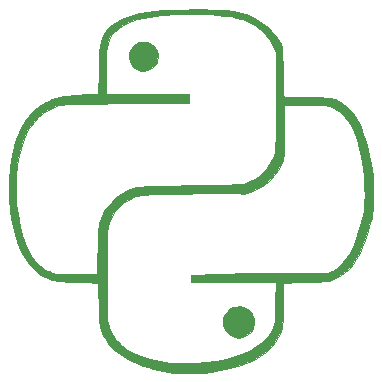
<source format=gbr>
G04 #@! TF.GenerationSoftware,KiCad,Pcbnew,5.1.5*
G04 #@! TF.CreationDate,2020-03-28T16:39:13-05:00*
G04 #@! TF.ProjectId,Python,50797468-6f6e-42e6-9b69-6361645f7063,rev?*
G04 #@! TF.SameCoordinates,Original*
G04 #@! TF.FileFunction,Legend,Top*
G04 #@! TF.FilePolarity,Positive*
%FSLAX46Y46*%
G04 Gerber Fmt 4.6, Leading zero omitted, Abs format (unit mm)*
G04 Created by KiCad (PCBNEW 5.1.5) date 2020-03-28 16:39:13*
%MOMM*%
%LPD*%
G04 APERTURE LIST*
%ADD10C,0.010000*%
G04 APERTURE END LIST*
D10*
G36*
X129014648Y-92330022D02*
G01*
X129535944Y-92336320D01*
X129991454Y-92347306D01*
X130390574Y-92363440D01*
X130742702Y-92385180D01*
X131057238Y-92412985D01*
X131343577Y-92447314D01*
X131572000Y-92481998D01*
X132207835Y-92626624D01*
X132823384Y-92842112D01*
X133408719Y-93122607D01*
X133953915Y-93462251D01*
X134449042Y-93855192D01*
X134884174Y-94295573D01*
X135099176Y-94562383D01*
X135297494Y-94842029D01*
X135443173Y-95081247D01*
X135545216Y-95297647D01*
X135612628Y-95508842D01*
X135634627Y-95609834D01*
X135646706Y-95714460D01*
X135658639Y-95896318D01*
X135670173Y-96147975D01*
X135681057Y-96461996D01*
X135691037Y-96830947D01*
X135699862Y-97247393D01*
X135707278Y-97703901D01*
X135708307Y-97779417D01*
X135713620Y-98173193D01*
X135718733Y-98539902D01*
X135723515Y-98871092D01*
X135727837Y-99158311D01*
X135731568Y-99393108D01*
X135734581Y-99567028D01*
X135736743Y-99671622D01*
X135737787Y-99699723D01*
X135779558Y-99701449D01*
X135897512Y-99704509D01*
X136083178Y-99708726D01*
X136328085Y-99713925D01*
X136623762Y-99719928D01*
X136961739Y-99726561D01*
X137333545Y-99733645D01*
X137646834Y-99739467D01*
X138165042Y-99749495D01*
X138606994Y-99760027D01*
X138981094Y-99772570D01*
X139295747Y-99788634D01*
X139559357Y-99809726D01*
X139780329Y-99837356D01*
X139967067Y-99873030D01*
X140127976Y-99918259D01*
X140271459Y-99974550D01*
X140405922Y-100043411D01*
X140539769Y-100126352D01*
X140681405Y-100224880D01*
X140788963Y-100303400D01*
X141150769Y-100603893D01*
X141481795Y-100951465D01*
X141784074Y-101350467D01*
X142059640Y-101805248D01*
X142310525Y-102320156D01*
X142538764Y-102899542D01*
X142746389Y-103547754D01*
X142935435Y-104269142D01*
X143107934Y-105068054D01*
X143170262Y-105396659D01*
X143250907Y-105885294D01*
X143310639Y-106364658D01*
X143351308Y-106857567D01*
X143374765Y-107386838D01*
X143382858Y-107975286D01*
X143382897Y-108019598D01*
X143378708Y-108478992D01*
X143364572Y-108873877D01*
X143338323Y-109224055D01*
X143297797Y-109549324D01*
X143240829Y-109869485D01*
X143165254Y-110204339D01*
X143127811Y-110352700D01*
X142913076Y-111127955D01*
X142689573Y-111823414D01*
X142454244Y-112443757D01*
X142204030Y-112993663D01*
X141935870Y-113477810D01*
X141646707Y-113900878D01*
X141333480Y-114267545D01*
X140993130Y-114582489D01*
X140622599Y-114850391D01*
X140218826Y-115075929D01*
X139964444Y-115190739D01*
X139860301Y-115231117D01*
X139751687Y-115265658D01*
X139630732Y-115295021D01*
X139489563Y-115319868D01*
X139320311Y-115340858D01*
X139115103Y-115358651D01*
X138866070Y-115373907D01*
X138565339Y-115387287D01*
X138205040Y-115399450D01*
X137777301Y-115411056D01*
X137274252Y-115422766D01*
X137170584Y-115425034D01*
X135763000Y-115455590D01*
X135762582Y-116518212D01*
X135757252Y-117121136D01*
X135742112Y-117685319D01*
X135717699Y-118200061D01*
X135684554Y-118654665D01*
X135643216Y-119038433D01*
X135631115Y-119125815D01*
X135517847Y-119611771D01*
X135324721Y-120074303D01*
X135053706Y-120511737D01*
X134706770Y-120922398D01*
X134285880Y-121304612D01*
X133793005Y-121656704D01*
X133230113Y-121976999D01*
X132599172Y-122263824D01*
X131902150Y-122515504D01*
X131508500Y-122633541D01*
X131164096Y-122723181D01*
X130777584Y-122812195D01*
X130374004Y-122895659D01*
X129978395Y-122968645D01*
X129615796Y-123026229D01*
X129334431Y-123061214D01*
X129193454Y-123070991D01*
X128987095Y-123079412D01*
X128729208Y-123086407D01*
X128433646Y-123091910D01*
X128114262Y-123095852D01*
X127784909Y-123098166D01*
X127459439Y-123098782D01*
X127151705Y-123097633D01*
X126875561Y-123094652D01*
X126644859Y-123089769D01*
X126473452Y-123082918D01*
X126386167Y-123075690D01*
X126024642Y-123018534D01*
X125608770Y-122938087D01*
X125163660Y-122840304D01*
X124714422Y-122731142D01*
X124286163Y-122616554D01*
X123903992Y-122502496D01*
X123738932Y-122447837D01*
X123072156Y-122184927D01*
X122465155Y-121878552D01*
X121921032Y-121531481D01*
X121442890Y-121146479D01*
X121033831Y-120726313D01*
X120696958Y-120273751D01*
X120435372Y-119791558D01*
X120273603Y-119357342D01*
X120243552Y-119242873D01*
X120218941Y-119113284D01*
X120198517Y-118955784D01*
X120181022Y-118757578D01*
X120165203Y-118505877D01*
X120149804Y-118187886D01*
X120142907Y-118025334D01*
X120130117Y-117682537D01*
X120118770Y-117317474D01*
X120109483Y-116955032D01*
X120102873Y-116620104D01*
X120099559Y-116337578D01*
X120099302Y-116268500D01*
X120097239Y-116028033D01*
X120092113Y-115815997D01*
X120084549Y-115647365D01*
X120083053Y-115629768D01*
X120800097Y-115629768D01*
X120800226Y-116182243D01*
X120800857Y-116661799D01*
X120802097Y-117074309D01*
X120804052Y-117425647D01*
X120806832Y-117721687D01*
X120810543Y-117968301D01*
X120815292Y-118171363D01*
X120821188Y-118336747D01*
X120828338Y-118470327D01*
X120836850Y-118577975D01*
X120846830Y-118665565D01*
X120858387Y-118738971D01*
X120869889Y-118796238D01*
X121029149Y-119331534D01*
X121262515Y-119827883D01*
X121291155Y-119877391D01*
X121419632Y-120062128D01*
X121599409Y-120275965D01*
X121811895Y-120500211D01*
X122038502Y-120716175D01*
X122260640Y-120905166D01*
X122449167Y-121041778D01*
X123064210Y-121388630D01*
X123743066Y-121680692D01*
X124484747Y-121917669D01*
X125288265Y-122099262D01*
X126152634Y-122225176D01*
X126495862Y-122258280D01*
X126765739Y-122273638D01*
X127098905Y-122281321D01*
X127474374Y-122281796D01*
X127871162Y-122275529D01*
X128268283Y-122262985D01*
X128644751Y-122244630D01*
X128979581Y-122220932D01*
X129206195Y-122198097D01*
X130083411Y-122066290D01*
X130914181Y-121888538D01*
X131690952Y-121666962D01*
X132406173Y-121403685D01*
X132984077Y-121136405D01*
X133331543Y-120946900D01*
X133623786Y-120760759D01*
X133887232Y-120558943D01*
X134148307Y-120322412D01*
X134241386Y-120230542D01*
X134518645Y-119918711D01*
X134732415Y-119606532D01*
X134876741Y-119303875D01*
X134938119Y-119075726D01*
X134967564Y-118948543D01*
X135004624Y-118852100D01*
X135016370Y-118833784D01*
X135030376Y-118782979D01*
X135042556Y-118665393D01*
X135053021Y-118477906D01*
X135061885Y-118217400D01*
X135069262Y-117880755D01*
X135075263Y-117464853D01*
X135078846Y-117108701D01*
X135093192Y-115443000D01*
X127973667Y-115443000D01*
X127973667Y-114819691D01*
X128746250Y-114789087D01*
X128992612Y-114777337D01*
X129208058Y-114763272D01*
X129379006Y-114748089D01*
X129405824Y-114744500D01*
X139488334Y-114744500D01*
X139509500Y-114765667D01*
X139530667Y-114744500D01*
X139509500Y-114723334D01*
X139488334Y-114744500D01*
X129405824Y-114744500D01*
X129491871Y-114732985D01*
X129532945Y-114719741D01*
X129576793Y-114714039D01*
X129701579Y-114708690D01*
X129903571Y-114703721D01*
X130179041Y-114699164D01*
X130524259Y-114695046D01*
X130935496Y-114691397D01*
X131409022Y-114688248D01*
X131941108Y-114685627D01*
X132528025Y-114683563D01*
X133166042Y-114682086D01*
X133851430Y-114681225D01*
X134449735Y-114681000D01*
X135198272Y-114680965D01*
X135866939Y-114680809D01*
X136460534Y-114680455D01*
X136983853Y-114679823D01*
X137441694Y-114678838D01*
X137838854Y-114677422D01*
X138180129Y-114675496D01*
X138470317Y-114672984D01*
X138714214Y-114669808D01*
X138916619Y-114665890D01*
X139082328Y-114661152D01*
X139216138Y-114655518D01*
X139322845Y-114648910D01*
X139407248Y-114641250D01*
X139474144Y-114632460D01*
X139528328Y-114622464D01*
X139574599Y-114611183D01*
X139617753Y-114598539D01*
X139621458Y-114597391D01*
X139916355Y-114471415D01*
X140224857Y-114277641D01*
X140532582Y-114028175D01*
X140825148Y-113735126D01*
X141088173Y-113410602D01*
X141168565Y-113294873D01*
X141391494Y-112920606D01*
X141611389Y-112477807D01*
X141822882Y-111982581D01*
X142020608Y-111451029D01*
X142199200Y-110899257D01*
X142353290Y-110343366D01*
X142477513Y-109799461D01*
X142566502Y-109283644D01*
X142600350Y-108998551D01*
X142612543Y-108810883D01*
X142620876Y-108556523D01*
X142625495Y-108253350D01*
X142626545Y-107919244D01*
X142624173Y-107572084D01*
X142618524Y-107229752D01*
X142609743Y-106910125D01*
X142597977Y-106631084D01*
X142583370Y-106410508D01*
X142578877Y-106362500D01*
X142512322Y-105829421D01*
X142420767Y-105274341D01*
X142308004Y-104712122D01*
X142177829Y-104157625D01*
X142034035Y-103625709D01*
X141880416Y-103131235D01*
X141720768Y-102689064D01*
X141558883Y-102314057D01*
X141530467Y-102256167D01*
X141253971Y-101785050D01*
X140928507Y-101372542D01*
X140559916Y-101024132D01*
X140154036Y-100745310D01*
X139716707Y-100541565D01*
X139700000Y-100535538D01*
X139630932Y-100511679D01*
X139564057Y-100491949D01*
X139490721Y-100475884D01*
X139402272Y-100463016D01*
X139290055Y-100452879D01*
X139145419Y-100445006D01*
X138959709Y-100438930D01*
X138724272Y-100434186D01*
X138430456Y-100430307D01*
X138069606Y-100426826D01*
X137633069Y-100423277D01*
X137615084Y-100423136D01*
X135805334Y-100408975D01*
X135804598Y-102539071D01*
X135804119Y-103056492D01*
X135802625Y-103497235D01*
X135799456Y-103869287D01*
X135793950Y-104180637D01*
X135785445Y-104439272D01*
X135773280Y-104653180D01*
X135756794Y-104830348D01*
X135735325Y-104978765D01*
X135708212Y-105106418D01*
X135674793Y-105221294D01*
X135634407Y-105331383D01*
X135586392Y-105444670D01*
X135558933Y-105505857D01*
X135314062Y-105949096D01*
X134990661Y-106375893D01*
X134594240Y-106780078D01*
X134130310Y-107155480D01*
X134009742Y-107240465D01*
X133755201Y-107400393D01*
X133473359Y-107552607D01*
X133181432Y-107689927D01*
X132896637Y-107805172D01*
X132636192Y-107891163D01*
X132417313Y-107940719D01*
X132308374Y-107950000D01*
X132205212Y-107936564D01*
X132166666Y-107905436D01*
X132199585Y-107870393D01*
X132259917Y-107852539D01*
X132286732Y-107844405D01*
X132238199Y-107846419D01*
X132207000Y-107849413D01*
X132142824Y-107852231D01*
X132000476Y-107855885D01*
X131786443Y-107860275D01*
X131507216Y-107865300D01*
X131169282Y-107870860D01*
X130779130Y-107876852D01*
X130343250Y-107883178D01*
X129868130Y-107889736D01*
X129360259Y-107896425D01*
X128826126Y-107903144D01*
X128460500Y-107907569D01*
X127717229Y-107916607D01*
X127053301Y-107925251D01*
X126463393Y-107933841D01*
X125942184Y-107942716D01*
X125484353Y-107952215D01*
X125084578Y-107962677D01*
X124737538Y-107974443D01*
X124437912Y-107987852D01*
X124180378Y-108003243D01*
X123959614Y-108020955D01*
X123770299Y-108041327D01*
X123607112Y-108064700D01*
X123464732Y-108091412D01*
X123337836Y-108121803D01*
X123221104Y-108156213D01*
X123109213Y-108194980D01*
X122996844Y-108238445D01*
X122945480Y-108259308D01*
X122562369Y-108455436D01*
X122187435Y-108720117D01*
X121834581Y-109038606D01*
X121517707Y-109396159D01*
X121250716Y-109778034D01*
X121047508Y-110169484D01*
X120981403Y-110342384D01*
X120951242Y-110439936D01*
X120924599Y-110546768D01*
X120901257Y-110668422D01*
X120881001Y-110810443D01*
X120863616Y-110978374D01*
X120848886Y-111177759D01*
X120836595Y-111414140D01*
X120826527Y-111693063D01*
X120818468Y-112020069D01*
X120812202Y-112400703D01*
X120807513Y-112840509D01*
X120804186Y-113345029D01*
X120802005Y-113919808D01*
X120800754Y-114570388D01*
X120800361Y-114998500D01*
X120800097Y-115629768D01*
X120083053Y-115629768D01*
X120075174Y-115537109D01*
X120067269Y-115501640D01*
X120016965Y-115485256D01*
X119887712Y-115470169D01*
X119678271Y-115456310D01*
X119387401Y-115443605D01*
X119013865Y-115431984D01*
X118745000Y-115425400D01*
X118221409Y-115412435D01*
X117773293Y-115398093D01*
X117391459Y-115381110D01*
X117066718Y-115360223D01*
X116789875Y-115334171D01*
X116551741Y-115301688D01*
X116343122Y-115261514D01*
X116154828Y-115212384D01*
X115977667Y-115153037D01*
X115802446Y-115082208D01*
X115619975Y-114998635D01*
X115612334Y-114994980D01*
X115102109Y-114704209D01*
X114639879Y-114343748D01*
X114225755Y-113913733D01*
X113859850Y-113414299D01*
X113542276Y-112845584D01*
X113273146Y-112207725D01*
X113241759Y-112119834D01*
X113176384Y-111916133D01*
X113099345Y-111648855D01*
X113015506Y-111337460D01*
X112929731Y-111001407D01*
X112846884Y-110660158D01*
X112771830Y-110333171D01*
X112709433Y-110039908D01*
X112670354Y-109833834D01*
X112623049Y-109491569D01*
X112586537Y-109081024D01*
X112560749Y-108617885D01*
X112545613Y-108117839D01*
X112541062Y-107596571D01*
X112541873Y-107524861D01*
X113081297Y-107524861D01*
X113085866Y-107971167D01*
X113105055Y-108397118D01*
X113139037Y-108813187D01*
X113190326Y-109237252D01*
X113261436Y-109687193D01*
X113354883Y-110180888D01*
X113473181Y-110736215D01*
X113477488Y-110755578D01*
X113660364Y-111468639D01*
X113875403Y-112105945D01*
X114124737Y-112670902D01*
X114410501Y-113166917D01*
X114734828Y-113597398D01*
X115099850Y-113965750D01*
X115507701Y-114275382D01*
X115784638Y-114440235D01*
X115922088Y-114512813D01*
X116047990Y-114573280D01*
X116171581Y-114622769D01*
X116302097Y-114662415D01*
X116448775Y-114693352D01*
X116620850Y-114716716D01*
X116827559Y-114733641D01*
X117078139Y-114745260D01*
X117381825Y-114752708D01*
X117747854Y-114757120D01*
X118185462Y-114759631D01*
X118391244Y-114760386D01*
X119963654Y-114765667D01*
X119988899Y-114077750D01*
X119997871Y-113817939D01*
X120007988Y-113499528D01*
X120018475Y-113148566D01*
X120028555Y-112791096D01*
X120037454Y-112453167D01*
X120038381Y-112416167D01*
X120055011Y-111873519D01*
X120076051Y-111411083D01*
X120101850Y-111024499D01*
X120132759Y-110709411D01*
X120169129Y-110461459D01*
X120209986Y-110280862D01*
X120369237Y-109858277D01*
X120600847Y-109431846D01*
X120894064Y-109013889D01*
X121238140Y-108616726D01*
X121622322Y-108252676D01*
X122035861Y-107934059D01*
X122468006Y-107673196D01*
X122499684Y-107656904D01*
X122619203Y-107596919D01*
X122731304Y-107543829D01*
X122841798Y-107497126D01*
X122956494Y-107456297D01*
X123081202Y-107420833D01*
X123221732Y-107390222D01*
X123383892Y-107363955D01*
X123573494Y-107341520D01*
X123796346Y-107322407D01*
X124058258Y-107306106D01*
X124365039Y-107292106D01*
X124722500Y-107279897D01*
X125136450Y-107268967D01*
X125612698Y-107258806D01*
X126157055Y-107248904D01*
X126775329Y-107238750D01*
X127362390Y-107229555D01*
X127894954Y-107221052D01*
X128427128Y-107212105D01*
X128948986Y-107202908D01*
X129450606Y-107193656D01*
X129922061Y-107184543D01*
X130353428Y-107175762D01*
X130734782Y-107167509D01*
X131056199Y-107159977D01*
X131307755Y-107153360D01*
X131402667Y-107150505D01*
X132397500Y-107118717D01*
X132791289Y-106945523D01*
X133109942Y-106797804D01*
X133369751Y-106657674D01*
X133593534Y-106510364D01*
X133804110Y-106341110D01*
X133986631Y-106172000D01*
X134349386Y-105766703D01*
X134655091Y-105308290D01*
X134848064Y-104930694D01*
X134889844Y-104839569D01*
X134926872Y-104756788D01*
X134959433Y-104676928D01*
X134987815Y-104594562D01*
X135012304Y-104504266D01*
X135033187Y-104400616D01*
X135050750Y-104278187D01*
X135062345Y-104161167D01*
X135693360Y-104161167D01*
X135694928Y-104301958D01*
X135698970Y-104378208D01*
X135704810Y-104382424D01*
X135709502Y-104339806D01*
X135715908Y-104170352D01*
X135712186Y-103998819D01*
X135709268Y-103958806D01*
X135702494Y-103919225D01*
X135697169Y-103955660D01*
X135693973Y-104059463D01*
X135693360Y-104161167D01*
X135062345Y-104161167D01*
X135065280Y-104131553D01*
X135077064Y-103955290D01*
X135086388Y-103743974D01*
X135093539Y-103492179D01*
X135098804Y-103194480D01*
X135102470Y-102845454D01*
X135104822Y-102439674D01*
X135106148Y-101971717D01*
X135106735Y-101436157D01*
X135106868Y-100827570D01*
X135106835Y-100140531D01*
X135106834Y-100033667D01*
X135106834Y-95948500D01*
X134994483Y-95641077D01*
X134806513Y-95233236D01*
X134546973Y-94827957D01*
X134228390Y-94437619D01*
X133863288Y-94074599D01*
X133464195Y-93751275D01*
X133043635Y-93480026D01*
X132614134Y-93273229D01*
X132588000Y-93263005D01*
X132195171Y-93128755D01*
X131761785Y-93014555D01*
X131282291Y-92919825D01*
X130751136Y-92843986D01*
X130162767Y-92786460D01*
X129511633Y-92746666D01*
X128792179Y-92724026D01*
X127998854Y-92717961D01*
X127411555Y-92723048D01*
X126959370Y-92730165D01*
X126578336Y-92737970D01*
X126254940Y-92747478D01*
X125975665Y-92759704D01*
X125726997Y-92775663D01*
X125495422Y-92796367D01*
X125267425Y-92822833D01*
X125029491Y-92856073D01*
X124768105Y-92897104D01*
X124502334Y-92941412D01*
X123901177Y-93055211D01*
X123375336Y-93181631D01*
X122915931Y-93324379D01*
X122514081Y-93487162D01*
X122160906Y-93673688D01*
X121847527Y-93887662D01*
X121565062Y-94132792D01*
X121504800Y-94192679D01*
X121280631Y-94438557D01*
X121108709Y-94673958D01*
X120980484Y-94918295D01*
X120887409Y-95190981D01*
X120820935Y-95511430D01*
X120778247Y-95842667D01*
X120769161Y-95970304D01*
X120761055Y-96163082D01*
X120753982Y-96409643D01*
X120747997Y-96698627D01*
X120743152Y-97018674D01*
X120739501Y-97358426D01*
X120737098Y-97706523D01*
X120735996Y-98051607D01*
X120736249Y-98382317D01*
X120737909Y-98687295D01*
X120741032Y-98955182D01*
X120745669Y-99174618D01*
X120751875Y-99334244D01*
X120759703Y-99422701D01*
X120761349Y-99430417D01*
X120786875Y-99525667D01*
X127804334Y-99525667D01*
X127804334Y-100233415D01*
X123877917Y-100263277D01*
X122917943Y-100271022D01*
X122039715Y-100279065D01*
X121240314Y-100287476D01*
X120516818Y-100296327D01*
X119866309Y-100305688D01*
X119285866Y-100315630D01*
X118772568Y-100326224D01*
X118323497Y-100337539D01*
X117935731Y-100349648D01*
X117606351Y-100362621D01*
X117332437Y-100376528D01*
X117111068Y-100391441D01*
X116939324Y-100407429D01*
X116814286Y-100424564D01*
X116759352Y-100435694D01*
X116302378Y-100586317D01*
X115846995Y-100812211D01*
X115404480Y-101104536D01*
X114986108Y-101454451D01*
X114603156Y-101853116D01*
X114266900Y-102291691D01*
X114140289Y-102489000D01*
X113945238Y-102861887D01*
X113764535Y-103307421D01*
X113600323Y-103814466D01*
X113454743Y-104371885D01*
X113329938Y-104968544D01*
X113228049Y-105593307D01*
X113151218Y-106235038D01*
X113101587Y-106882601D01*
X113081297Y-107524861D01*
X112541873Y-107524861D01*
X112547024Y-107069769D01*
X112563430Y-106553119D01*
X112590211Y-106062307D01*
X112627298Y-105613020D01*
X112674619Y-105220945D01*
X112691323Y-105113667D01*
X112847646Y-104314297D01*
X113040032Y-103588189D01*
X113270316Y-102931164D01*
X113540338Y-102339044D01*
X113851932Y-101807651D01*
X114206938Y-101332805D01*
X114488666Y-101025376D01*
X114872788Y-100674151D01*
X115263973Y-100389259D01*
X115686300Y-100154093D01*
X115880752Y-100065296D01*
X116185703Y-99942856D01*
X116491814Y-99840023D01*
X116811113Y-99754675D01*
X117155632Y-99684689D01*
X117537400Y-99627942D01*
X117968449Y-99582314D01*
X118460809Y-99545680D01*
X118984046Y-99517834D01*
X120090925Y-99467375D01*
X120111128Y-97665604D01*
X120116974Y-97188689D01*
X120123431Y-96786924D01*
X120131292Y-96450792D01*
X120141348Y-96170776D01*
X120154392Y-95937361D01*
X120171216Y-95741028D01*
X120192612Y-95572262D01*
X120219372Y-95421545D01*
X120252288Y-95279362D01*
X120292153Y-95136195D01*
X120332585Y-95005072D01*
X120519211Y-94553804D01*
X120778098Y-94137386D01*
X121100869Y-93764856D01*
X121479146Y-93445255D01*
X121904552Y-93187624D01*
X122099382Y-93098354D01*
X122543747Y-92933902D01*
X123038569Y-92790302D01*
X123587831Y-92667067D01*
X124195510Y-92563712D01*
X124865589Y-92479753D01*
X125602045Y-92414704D01*
X126408861Y-92368079D01*
X127290015Y-92339394D01*
X128249487Y-92328163D01*
X128418167Y-92327954D01*
X129014648Y-92330022D01*
G37*
X129014648Y-92330022D02*
X129535944Y-92336320D01*
X129991454Y-92347306D01*
X130390574Y-92363440D01*
X130742702Y-92385180D01*
X131057238Y-92412985D01*
X131343577Y-92447314D01*
X131572000Y-92481998D01*
X132207835Y-92626624D01*
X132823384Y-92842112D01*
X133408719Y-93122607D01*
X133953915Y-93462251D01*
X134449042Y-93855192D01*
X134884174Y-94295573D01*
X135099176Y-94562383D01*
X135297494Y-94842029D01*
X135443173Y-95081247D01*
X135545216Y-95297647D01*
X135612628Y-95508842D01*
X135634627Y-95609834D01*
X135646706Y-95714460D01*
X135658639Y-95896318D01*
X135670173Y-96147975D01*
X135681057Y-96461996D01*
X135691037Y-96830947D01*
X135699862Y-97247393D01*
X135707278Y-97703901D01*
X135708307Y-97779417D01*
X135713620Y-98173193D01*
X135718733Y-98539902D01*
X135723515Y-98871092D01*
X135727837Y-99158311D01*
X135731568Y-99393108D01*
X135734581Y-99567028D01*
X135736743Y-99671622D01*
X135737787Y-99699723D01*
X135779558Y-99701449D01*
X135897512Y-99704509D01*
X136083178Y-99708726D01*
X136328085Y-99713925D01*
X136623762Y-99719928D01*
X136961739Y-99726561D01*
X137333545Y-99733645D01*
X137646834Y-99739467D01*
X138165042Y-99749495D01*
X138606994Y-99760027D01*
X138981094Y-99772570D01*
X139295747Y-99788634D01*
X139559357Y-99809726D01*
X139780329Y-99837356D01*
X139967067Y-99873030D01*
X140127976Y-99918259D01*
X140271459Y-99974550D01*
X140405922Y-100043411D01*
X140539769Y-100126352D01*
X140681405Y-100224880D01*
X140788963Y-100303400D01*
X141150769Y-100603893D01*
X141481795Y-100951465D01*
X141784074Y-101350467D01*
X142059640Y-101805248D01*
X142310525Y-102320156D01*
X142538764Y-102899542D01*
X142746389Y-103547754D01*
X142935435Y-104269142D01*
X143107934Y-105068054D01*
X143170262Y-105396659D01*
X143250907Y-105885294D01*
X143310639Y-106364658D01*
X143351308Y-106857567D01*
X143374765Y-107386838D01*
X143382858Y-107975286D01*
X143382897Y-108019598D01*
X143378708Y-108478992D01*
X143364572Y-108873877D01*
X143338323Y-109224055D01*
X143297797Y-109549324D01*
X143240829Y-109869485D01*
X143165254Y-110204339D01*
X143127811Y-110352700D01*
X142913076Y-111127955D01*
X142689573Y-111823414D01*
X142454244Y-112443757D01*
X142204030Y-112993663D01*
X141935870Y-113477810D01*
X141646707Y-113900878D01*
X141333480Y-114267545D01*
X140993130Y-114582489D01*
X140622599Y-114850391D01*
X140218826Y-115075929D01*
X139964444Y-115190739D01*
X139860301Y-115231117D01*
X139751687Y-115265658D01*
X139630732Y-115295021D01*
X139489563Y-115319868D01*
X139320311Y-115340858D01*
X139115103Y-115358651D01*
X138866070Y-115373907D01*
X138565339Y-115387287D01*
X138205040Y-115399450D01*
X137777301Y-115411056D01*
X137274252Y-115422766D01*
X137170584Y-115425034D01*
X135763000Y-115455590D01*
X135762582Y-116518212D01*
X135757252Y-117121136D01*
X135742112Y-117685319D01*
X135717699Y-118200061D01*
X135684554Y-118654665D01*
X135643216Y-119038433D01*
X135631115Y-119125815D01*
X135517847Y-119611771D01*
X135324721Y-120074303D01*
X135053706Y-120511737D01*
X134706770Y-120922398D01*
X134285880Y-121304612D01*
X133793005Y-121656704D01*
X133230113Y-121976999D01*
X132599172Y-122263824D01*
X131902150Y-122515504D01*
X131508500Y-122633541D01*
X131164096Y-122723181D01*
X130777584Y-122812195D01*
X130374004Y-122895659D01*
X129978395Y-122968645D01*
X129615796Y-123026229D01*
X129334431Y-123061214D01*
X129193454Y-123070991D01*
X128987095Y-123079412D01*
X128729208Y-123086407D01*
X128433646Y-123091910D01*
X128114262Y-123095852D01*
X127784909Y-123098166D01*
X127459439Y-123098782D01*
X127151705Y-123097633D01*
X126875561Y-123094652D01*
X126644859Y-123089769D01*
X126473452Y-123082918D01*
X126386167Y-123075690D01*
X126024642Y-123018534D01*
X125608770Y-122938087D01*
X125163660Y-122840304D01*
X124714422Y-122731142D01*
X124286163Y-122616554D01*
X123903992Y-122502496D01*
X123738932Y-122447837D01*
X123072156Y-122184927D01*
X122465155Y-121878552D01*
X121921032Y-121531481D01*
X121442890Y-121146479D01*
X121033831Y-120726313D01*
X120696958Y-120273751D01*
X120435372Y-119791558D01*
X120273603Y-119357342D01*
X120243552Y-119242873D01*
X120218941Y-119113284D01*
X120198517Y-118955784D01*
X120181022Y-118757578D01*
X120165203Y-118505877D01*
X120149804Y-118187886D01*
X120142907Y-118025334D01*
X120130117Y-117682537D01*
X120118770Y-117317474D01*
X120109483Y-116955032D01*
X120102873Y-116620104D01*
X120099559Y-116337578D01*
X120099302Y-116268500D01*
X120097239Y-116028033D01*
X120092113Y-115815997D01*
X120084549Y-115647365D01*
X120083053Y-115629768D01*
X120800097Y-115629768D01*
X120800226Y-116182243D01*
X120800857Y-116661799D01*
X120802097Y-117074309D01*
X120804052Y-117425647D01*
X120806832Y-117721687D01*
X120810543Y-117968301D01*
X120815292Y-118171363D01*
X120821188Y-118336747D01*
X120828338Y-118470327D01*
X120836850Y-118577975D01*
X120846830Y-118665565D01*
X120858387Y-118738971D01*
X120869889Y-118796238D01*
X121029149Y-119331534D01*
X121262515Y-119827883D01*
X121291155Y-119877391D01*
X121419632Y-120062128D01*
X121599409Y-120275965D01*
X121811895Y-120500211D01*
X122038502Y-120716175D01*
X122260640Y-120905166D01*
X122449167Y-121041778D01*
X123064210Y-121388630D01*
X123743066Y-121680692D01*
X124484747Y-121917669D01*
X125288265Y-122099262D01*
X126152634Y-122225176D01*
X126495862Y-122258280D01*
X126765739Y-122273638D01*
X127098905Y-122281321D01*
X127474374Y-122281796D01*
X127871162Y-122275529D01*
X128268283Y-122262985D01*
X128644751Y-122244630D01*
X128979581Y-122220932D01*
X129206195Y-122198097D01*
X130083411Y-122066290D01*
X130914181Y-121888538D01*
X131690952Y-121666962D01*
X132406173Y-121403685D01*
X132984077Y-121136405D01*
X133331543Y-120946900D01*
X133623786Y-120760759D01*
X133887232Y-120558943D01*
X134148307Y-120322412D01*
X134241386Y-120230542D01*
X134518645Y-119918711D01*
X134732415Y-119606532D01*
X134876741Y-119303875D01*
X134938119Y-119075726D01*
X134967564Y-118948543D01*
X135004624Y-118852100D01*
X135016370Y-118833784D01*
X135030376Y-118782979D01*
X135042556Y-118665393D01*
X135053021Y-118477906D01*
X135061885Y-118217400D01*
X135069262Y-117880755D01*
X135075263Y-117464853D01*
X135078846Y-117108701D01*
X135093192Y-115443000D01*
X127973667Y-115443000D01*
X127973667Y-114819691D01*
X128746250Y-114789087D01*
X128992612Y-114777337D01*
X129208058Y-114763272D01*
X129379006Y-114748089D01*
X129405824Y-114744500D01*
X139488334Y-114744500D01*
X139509500Y-114765667D01*
X139530667Y-114744500D01*
X139509500Y-114723334D01*
X139488334Y-114744500D01*
X129405824Y-114744500D01*
X129491871Y-114732985D01*
X129532945Y-114719741D01*
X129576793Y-114714039D01*
X129701579Y-114708690D01*
X129903571Y-114703721D01*
X130179041Y-114699164D01*
X130524259Y-114695046D01*
X130935496Y-114691397D01*
X131409022Y-114688248D01*
X131941108Y-114685627D01*
X132528025Y-114683563D01*
X133166042Y-114682086D01*
X133851430Y-114681225D01*
X134449735Y-114681000D01*
X135198272Y-114680965D01*
X135866939Y-114680809D01*
X136460534Y-114680455D01*
X136983853Y-114679823D01*
X137441694Y-114678838D01*
X137838854Y-114677422D01*
X138180129Y-114675496D01*
X138470317Y-114672984D01*
X138714214Y-114669808D01*
X138916619Y-114665890D01*
X139082328Y-114661152D01*
X139216138Y-114655518D01*
X139322845Y-114648910D01*
X139407248Y-114641250D01*
X139474144Y-114632460D01*
X139528328Y-114622464D01*
X139574599Y-114611183D01*
X139617753Y-114598539D01*
X139621458Y-114597391D01*
X139916355Y-114471415D01*
X140224857Y-114277641D01*
X140532582Y-114028175D01*
X140825148Y-113735126D01*
X141088173Y-113410602D01*
X141168565Y-113294873D01*
X141391494Y-112920606D01*
X141611389Y-112477807D01*
X141822882Y-111982581D01*
X142020608Y-111451029D01*
X142199200Y-110899257D01*
X142353290Y-110343366D01*
X142477513Y-109799461D01*
X142566502Y-109283644D01*
X142600350Y-108998551D01*
X142612543Y-108810883D01*
X142620876Y-108556523D01*
X142625495Y-108253350D01*
X142626545Y-107919244D01*
X142624173Y-107572084D01*
X142618524Y-107229752D01*
X142609743Y-106910125D01*
X142597977Y-106631084D01*
X142583370Y-106410508D01*
X142578877Y-106362500D01*
X142512322Y-105829421D01*
X142420767Y-105274341D01*
X142308004Y-104712122D01*
X142177829Y-104157625D01*
X142034035Y-103625709D01*
X141880416Y-103131235D01*
X141720768Y-102689064D01*
X141558883Y-102314057D01*
X141530467Y-102256167D01*
X141253971Y-101785050D01*
X140928507Y-101372542D01*
X140559916Y-101024132D01*
X140154036Y-100745310D01*
X139716707Y-100541565D01*
X139700000Y-100535538D01*
X139630932Y-100511679D01*
X139564057Y-100491949D01*
X139490721Y-100475884D01*
X139402272Y-100463016D01*
X139290055Y-100452879D01*
X139145419Y-100445006D01*
X138959709Y-100438930D01*
X138724272Y-100434186D01*
X138430456Y-100430307D01*
X138069606Y-100426826D01*
X137633069Y-100423277D01*
X137615084Y-100423136D01*
X135805334Y-100408975D01*
X135804598Y-102539071D01*
X135804119Y-103056492D01*
X135802625Y-103497235D01*
X135799456Y-103869287D01*
X135793950Y-104180637D01*
X135785445Y-104439272D01*
X135773280Y-104653180D01*
X135756794Y-104830348D01*
X135735325Y-104978765D01*
X135708212Y-105106418D01*
X135674793Y-105221294D01*
X135634407Y-105331383D01*
X135586392Y-105444670D01*
X135558933Y-105505857D01*
X135314062Y-105949096D01*
X134990661Y-106375893D01*
X134594240Y-106780078D01*
X134130310Y-107155480D01*
X134009742Y-107240465D01*
X133755201Y-107400393D01*
X133473359Y-107552607D01*
X133181432Y-107689927D01*
X132896637Y-107805172D01*
X132636192Y-107891163D01*
X132417313Y-107940719D01*
X132308374Y-107950000D01*
X132205212Y-107936564D01*
X132166666Y-107905436D01*
X132199585Y-107870393D01*
X132259917Y-107852539D01*
X132286732Y-107844405D01*
X132238199Y-107846419D01*
X132207000Y-107849413D01*
X132142824Y-107852231D01*
X132000476Y-107855885D01*
X131786443Y-107860275D01*
X131507216Y-107865300D01*
X131169282Y-107870860D01*
X130779130Y-107876852D01*
X130343250Y-107883178D01*
X129868130Y-107889736D01*
X129360259Y-107896425D01*
X128826126Y-107903144D01*
X128460500Y-107907569D01*
X127717229Y-107916607D01*
X127053301Y-107925251D01*
X126463393Y-107933841D01*
X125942184Y-107942716D01*
X125484353Y-107952215D01*
X125084578Y-107962677D01*
X124737538Y-107974443D01*
X124437912Y-107987852D01*
X124180378Y-108003243D01*
X123959614Y-108020955D01*
X123770299Y-108041327D01*
X123607112Y-108064700D01*
X123464732Y-108091412D01*
X123337836Y-108121803D01*
X123221104Y-108156213D01*
X123109213Y-108194980D01*
X122996844Y-108238445D01*
X122945480Y-108259308D01*
X122562369Y-108455436D01*
X122187435Y-108720117D01*
X121834581Y-109038606D01*
X121517707Y-109396159D01*
X121250716Y-109778034D01*
X121047508Y-110169484D01*
X120981403Y-110342384D01*
X120951242Y-110439936D01*
X120924599Y-110546768D01*
X120901257Y-110668422D01*
X120881001Y-110810443D01*
X120863616Y-110978374D01*
X120848886Y-111177759D01*
X120836595Y-111414140D01*
X120826527Y-111693063D01*
X120818468Y-112020069D01*
X120812202Y-112400703D01*
X120807513Y-112840509D01*
X120804186Y-113345029D01*
X120802005Y-113919808D01*
X120800754Y-114570388D01*
X120800361Y-114998500D01*
X120800097Y-115629768D01*
X120083053Y-115629768D01*
X120075174Y-115537109D01*
X120067269Y-115501640D01*
X120016965Y-115485256D01*
X119887712Y-115470169D01*
X119678271Y-115456310D01*
X119387401Y-115443605D01*
X119013865Y-115431984D01*
X118745000Y-115425400D01*
X118221409Y-115412435D01*
X117773293Y-115398093D01*
X117391459Y-115381110D01*
X117066718Y-115360223D01*
X116789875Y-115334171D01*
X116551741Y-115301688D01*
X116343122Y-115261514D01*
X116154828Y-115212384D01*
X115977667Y-115153037D01*
X115802446Y-115082208D01*
X115619975Y-114998635D01*
X115612334Y-114994980D01*
X115102109Y-114704209D01*
X114639879Y-114343748D01*
X114225755Y-113913733D01*
X113859850Y-113414299D01*
X113542276Y-112845584D01*
X113273146Y-112207725D01*
X113241759Y-112119834D01*
X113176384Y-111916133D01*
X113099345Y-111648855D01*
X113015506Y-111337460D01*
X112929731Y-111001407D01*
X112846884Y-110660158D01*
X112771830Y-110333171D01*
X112709433Y-110039908D01*
X112670354Y-109833834D01*
X112623049Y-109491569D01*
X112586537Y-109081024D01*
X112560749Y-108617885D01*
X112545613Y-108117839D01*
X112541062Y-107596571D01*
X112541873Y-107524861D01*
X113081297Y-107524861D01*
X113085866Y-107971167D01*
X113105055Y-108397118D01*
X113139037Y-108813187D01*
X113190326Y-109237252D01*
X113261436Y-109687193D01*
X113354883Y-110180888D01*
X113473181Y-110736215D01*
X113477488Y-110755578D01*
X113660364Y-111468639D01*
X113875403Y-112105945D01*
X114124737Y-112670902D01*
X114410501Y-113166917D01*
X114734828Y-113597398D01*
X115099850Y-113965750D01*
X115507701Y-114275382D01*
X115784638Y-114440235D01*
X115922088Y-114512813D01*
X116047990Y-114573280D01*
X116171581Y-114622769D01*
X116302097Y-114662415D01*
X116448775Y-114693352D01*
X116620850Y-114716716D01*
X116827559Y-114733641D01*
X117078139Y-114745260D01*
X117381825Y-114752708D01*
X117747854Y-114757120D01*
X118185462Y-114759631D01*
X118391244Y-114760386D01*
X119963654Y-114765667D01*
X119988899Y-114077750D01*
X119997871Y-113817939D01*
X120007988Y-113499528D01*
X120018475Y-113148566D01*
X120028555Y-112791096D01*
X120037454Y-112453167D01*
X120038381Y-112416167D01*
X120055011Y-111873519D01*
X120076051Y-111411083D01*
X120101850Y-111024499D01*
X120132759Y-110709411D01*
X120169129Y-110461459D01*
X120209986Y-110280862D01*
X120369237Y-109858277D01*
X120600847Y-109431846D01*
X120894064Y-109013889D01*
X121238140Y-108616726D01*
X121622322Y-108252676D01*
X122035861Y-107934059D01*
X122468006Y-107673196D01*
X122499684Y-107656904D01*
X122619203Y-107596919D01*
X122731304Y-107543829D01*
X122841798Y-107497126D01*
X122956494Y-107456297D01*
X123081202Y-107420833D01*
X123221732Y-107390222D01*
X123383892Y-107363955D01*
X123573494Y-107341520D01*
X123796346Y-107322407D01*
X124058258Y-107306106D01*
X124365039Y-107292106D01*
X124722500Y-107279897D01*
X125136450Y-107268967D01*
X125612698Y-107258806D01*
X126157055Y-107248904D01*
X126775329Y-107238750D01*
X127362390Y-107229555D01*
X127894954Y-107221052D01*
X128427128Y-107212105D01*
X128948986Y-107202908D01*
X129450606Y-107193656D01*
X129922061Y-107184543D01*
X130353428Y-107175762D01*
X130734782Y-107167509D01*
X131056199Y-107159977D01*
X131307755Y-107153360D01*
X131402667Y-107150505D01*
X132397500Y-107118717D01*
X132791289Y-106945523D01*
X133109942Y-106797804D01*
X133369751Y-106657674D01*
X133593534Y-106510364D01*
X133804110Y-106341110D01*
X133986631Y-106172000D01*
X134349386Y-105766703D01*
X134655091Y-105308290D01*
X134848064Y-104930694D01*
X134889844Y-104839569D01*
X134926872Y-104756788D01*
X134959433Y-104676928D01*
X134987815Y-104594562D01*
X135012304Y-104504266D01*
X135033187Y-104400616D01*
X135050750Y-104278187D01*
X135062345Y-104161167D01*
X135693360Y-104161167D01*
X135694928Y-104301958D01*
X135698970Y-104378208D01*
X135704810Y-104382424D01*
X135709502Y-104339806D01*
X135715908Y-104170352D01*
X135712186Y-103998819D01*
X135709268Y-103958806D01*
X135702494Y-103919225D01*
X135697169Y-103955660D01*
X135693973Y-104059463D01*
X135693360Y-104161167D01*
X135062345Y-104161167D01*
X135065280Y-104131553D01*
X135077064Y-103955290D01*
X135086388Y-103743974D01*
X135093539Y-103492179D01*
X135098804Y-103194480D01*
X135102470Y-102845454D01*
X135104822Y-102439674D01*
X135106148Y-101971717D01*
X135106735Y-101436157D01*
X135106868Y-100827570D01*
X135106835Y-100140531D01*
X135106834Y-100033667D01*
X135106834Y-95948500D01*
X134994483Y-95641077D01*
X134806513Y-95233236D01*
X134546973Y-94827957D01*
X134228390Y-94437619D01*
X133863288Y-94074599D01*
X133464195Y-93751275D01*
X133043635Y-93480026D01*
X132614134Y-93273229D01*
X132588000Y-93263005D01*
X132195171Y-93128755D01*
X131761785Y-93014555D01*
X131282291Y-92919825D01*
X130751136Y-92843986D01*
X130162767Y-92786460D01*
X129511633Y-92746666D01*
X128792179Y-92724026D01*
X127998854Y-92717961D01*
X127411555Y-92723048D01*
X126959370Y-92730165D01*
X126578336Y-92737970D01*
X126254940Y-92747478D01*
X125975665Y-92759704D01*
X125726997Y-92775663D01*
X125495422Y-92796367D01*
X125267425Y-92822833D01*
X125029491Y-92856073D01*
X124768105Y-92897104D01*
X124502334Y-92941412D01*
X123901177Y-93055211D01*
X123375336Y-93181631D01*
X122915931Y-93324379D01*
X122514081Y-93487162D01*
X122160906Y-93673688D01*
X121847527Y-93887662D01*
X121565062Y-94132792D01*
X121504800Y-94192679D01*
X121280631Y-94438557D01*
X121108709Y-94673958D01*
X120980484Y-94918295D01*
X120887409Y-95190981D01*
X120820935Y-95511430D01*
X120778247Y-95842667D01*
X120769161Y-95970304D01*
X120761055Y-96163082D01*
X120753982Y-96409643D01*
X120747997Y-96698627D01*
X120743152Y-97018674D01*
X120739501Y-97358426D01*
X120737098Y-97706523D01*
X120735996Y-98051607D01*
X120736249Y-98382317D01*
X120737909Y-98687295D01*
X120741032Y-98955182D01*
X120745669Y-99174618D01*
X120751875Y-99334244D01*
X120759703Y-99422701D01*
X120761349Y-99430417D01*
X120786875Y-99525667D01*
X127804334Y-99525667D01*
X127804334Y-100233415D01*
X123877917Y-100263277D01*
X122917943Y-100271022D01*
X122039715Y-100279065D01*
X121240314Y-100287476D01*
X120516818Y-100296327D01*
X119866309Y-100305688D01*
X119285866Y-100315630D01*
X118772568Y-100326224D01*
X118323497Y-100337539D01*
X117935731Y-100349648D01*
X117606351Y-100362621D01*
X117332437Y-100376528D01*
X117111068Y-100391441D01*
X116939324Y-100407429D01*
X116814286Y-100424564D01*
X116759352Y-100435694D01*
X116302378Y-100586317D01*
X115846995Y-100812211D01*
X115404480Y-101104536D01*
X114986108Y-101454451D01*
X114603156Y-101853116D01*
X114266900Y-102291691D01*
X114140289Y-102489000D01*
X113945238Y-102861887D01*
X113764535Y-103307421D01*
X113600323Y-103814466D01*
X113454743Y-104371885D01*
X113329938Y-104968544D01*
X113228049Y-105593307D01*
X113151218Y-106235038D01*
X113101587Y-106882601D01*
X113081297Y-107524861D01*
X112541873Y-107524861D01*
X112547024Y-107069769D01*
X112563430Y-106553119D01*
X112590211Y-106062307D01*
X112627298Y-105613020D01*
X112674619Y-105220945D01*
X112691323Y-105113667D01*
X112847646Y-104314297D01*
X113040032Y-103588189D01*
X113270316Y-102931164D01*
X113540338Y-102339044D01*
X113851932Y-101807651D01*
X114206938Y-101332805D01*
X114488666Y-101025376D01*
X114872788Y-100674151D01*
X115263973Y-100389259D01*
X115686300Y-100154093D01*
X115880752Y-100065296D01*
X116185703Y-99942856D01*
X116491814Y-99840023D01*
X116811113Y-99754675D01*
X117155632Y-99684689D01*
X117537400Y-99627942D01*
X117968449Y-99582314D01*
X118460809Y-99545680D01*
X118984046Y-99517834D01*
X120090925Y-99467375D01*
X120111128Y-97665604D01*
X120116974Y-97188689D01*
X120123431Y-96786924D01*
X120131292Y-96450792D01*
X120141348Y-96170776D01*
X120154392Y-95937361D01*
X120171216Y-95741028D01*
X120192612Y-95572262D01*
X120219372Y-95421545D01*
X120252288Y-95279362D01*
X120292153Y-95136195D01*
X120332585Y-95005072D01*
X120519211Y-94553804D01*
X120778098Y-94137386D01*
X121100869Y-93764856D01*
X121479146Y-93445255D01*
X121904552Y-93187624D01*
X122099382Y-93098354D01*
X122543747Y-92933902D01*
X123038569Y-92790302D01*
X123587831Y-92667067D01*
X124195510Y-92563712D01*
X124865589Y-92479753D01*
X125602045Y-92414704D01*
X126408861Y-92368079D01*
X127290015Y-92339394D01*
X128249487Y-92328163D01*
X128418167Y-92327954D01*
X129014648Y-92330022D01*
G36*
X132305817Y-117515026D02*
G01*
X132605231Y-117630268D01*
X132862819Y-117817200D01*
X133072034Y-118071881D01*
X133131140Y-118173500D01*
X133187268Y-118290819D01*
X133221105Y-118401187D01*
X133238024Y-118532921D01*
X133243396Y-118714335D01*
X133243563Y-118766167D01*
X133238235Y-118983200D01*
X133219180Y-119143608D01*
X133182140Y-119274901D01*
X133154813Y-119339818D01*
X132985608Y-119616717D01*
X132757548Y-119835921D01*
X132536261Y-119970684D01*
X132243170Y-120073894D01*
X131931815Y-120107117D01*
X131625453Y-120069808D01*
X131416599Y-119996919D01*
X131132982Y-119820765D01*
X130909430Y-119588020D01*
X130751136Y-119306576D01*
X130663295Y-118984320D01*
X130648208Y-118829667D01*
X130659304Y-118513135D01*
X130729663Y-118246028D01*
X130865897Y-118011468D01*
X131043538Y-117820389D01*
X131273693Y-117643944D01*
X131514474Y-117534297D01*
X131789955Y-117482493D01*
X131971125Y-117475414D01*
X132305817Y-117515026D01*
G37*
X132305817Y-117515026D02*
X132605231Y-117630268D01*
X132862819Y-117817200D01*
X133072034Y-118071881D01*
X133131140Y-118173500D01*
X133187268Y-118290819D01*
X133221105Y-118401187D01*
X133238024Y-118532921D01*
X133243396Y-118714335D01*
X133243563Y-118766167D01*
X133238235Y-118983200D01*
X133219180Y-119143608D01*
X133182140Y-119274901D01*
X133154813Y-119339818D01*
X132985608Y-119616717D01*
X132757548Y-119835921D01*
X132536261Y-119970684D01*
X132243170Y-120073894D01*
X131931815Y-120107117D01*
X131625453Y-120069808D01*
X131416599Y-119996919D01*
X131132982Y-119820765D01*
X130909430Y-119588020D01*
X130751136Y-119306576D01*
X130663295Y-118984320D01*
X130648208Y-118829667D01*
X130659304Y-118513135D01*
X130729663Y-118246028D01*
X130865897Y-118011468D01*
X131043538Y-117820389D01*
X131273693Y-117643944D01*
X131514474Y-117534297D01*
X131789955Y-117482493D01*
X131971125Y-117475414D01*
X132305817Y-117515026D01*
G36*
X124252710Y-95109361D02*
G01*
X124540755Y-95219524D01*
X124778376Y-95396572D01*
X124962870Y-95638678D01*
X125055000Y-95835290D01*
X125117081Y-96087002D01*
X125130371Y-96360903D01*
X125095959Y-96625227D01*
X125020613Y-96837500D01*
X124882195Y-97038837D01*
X124691761Y-97228800D01*
X124479976Y-97377771D01*
X124438834Y-97399504D01*
X124220670Y-97474092D01*
X123964423Y-97510602D01*
X123709298Y-97505517D01*
X123562209Y-97478123D01*
X123281150Y-97360751D01*
X123051340Y-97185618D01*
X122875788Y-96964545D01*
X122757507Y-96709352D01*
X122699507Y-96431860D01*
X122704800Y-96143889D01*
X122776398Y-95857262D01*
X122917310Y-95583798D01*
X123039755Y-95427209D01*
X123245458Y-95241899D01*
X123472318Y-95126353D01*
X123738459Y-95073146D01*
X123916949Y-95067906D01*
X124252710Y-95109361D01*
G37*
X124252710Y-95109361D02*
X124540755Y-95219524D01*
X124778376Y-95396572D01*
X124962870Y-95638678D01*
X125055000Y-95835290D01*
X125117081Y-96087002D01*
X125130371Y-96360903D01*
X125095959Y-96625227D01*
X125020613Y-96837500D01*
X124882195Y-97038837D01*
X124691761Y-97228800D01*
X124479976Y-97377771D01*
X124438834Y-97399504D01*
X124220670Y-97474092D01*
X123964423Y-97510602D01*
X123709298Y-97505517D01*
X123562209Y-97478123D01*
X123281150Y-97360751D01*
X123051340Y-97185618D01*
X122875788Y-96964545D01*
X122757507Y-96709352D01*
X122699507Y-96431860D01*
X122704800Y-96143889D01*
X122776398Y-95857262D01*
X122917310Y-95583798D01*
X123039755Y-95427209D01*
X123245458Y-95241899D01*
X123472318Y-95126353D01*
X123738459Y-95073146D01*
X123916949Y-95067906D01*
X124252710Y-95109361D01*
M02*

</source>
